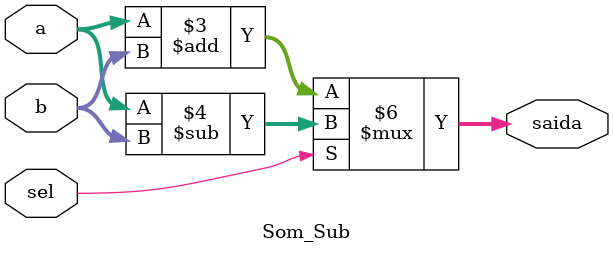
<source format=v>
module Som_Sub(input [3:0]a, b, input sel, output reg [3:0] saida);

		  always@(*)
			 if(sel == 0)
				saida = a + b;
			else
			    saida = a - b;		 
endmodule

</source>
